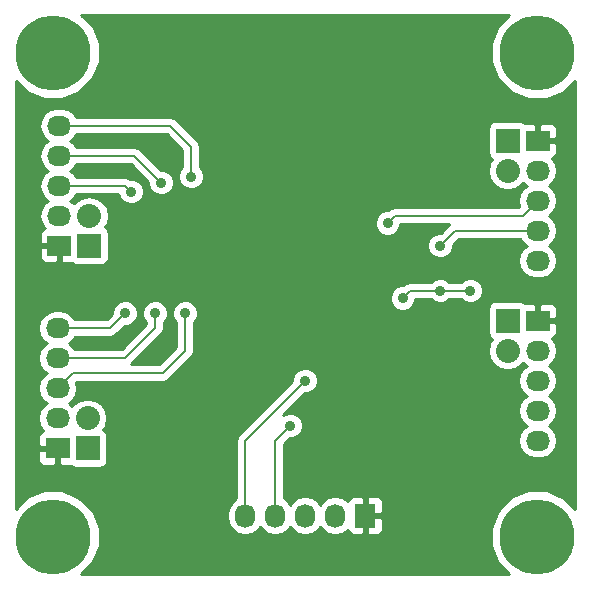
<source format=gbl>
G04 #@! TF.FileFunction,Copper,L2,Bot,Signal*
%FSLAX46Y46*%
G04 Gerber Fmt 4.6, Leading zero omitted, Abs format (unit mm)*
G04 Created by KiCad (PCBNEW (after 2015-mar-04 BZR unknown)-product) date 8/1/2015 10:10:59 AM*
%MOMM*%
G01*
G04 APERTURE LIST*
%ADD10C,0.150000*%
%ADD11C,6.350000*%
%ADD12R,2.032000X1.727200*%
%ADD13O,2.032000X1.727200*%
%ADD14R,1.727200X2.032000*%
%ADD15O,1.727200X2.032000*%
%ADD16R,2.032000X2.032000*%
%ADD17O,2.032000X2.032000*%
%ADD18C,0.889000*%
%ADD19C,0.203200*%
%ADD20C,0.254000*%
G04 APERTURE END LIST*
D10*
D11*
X159000000Y-84000000D03*
X200000000Y-84000000D03*
X159000000Y-125000000D03*
X200000000Y-125000000D03*
D12*
X200025000Y-106680000D03*
D13*
X200025000Y-109220000D03*
X200025000Y-111760000D03*
X200025000Y-114300000D03*
X200025000Y-116840000D03*
D12*
X200025000Y-91440000D03*
D13*
X200025000Y-93980000D03*
X200025000Y-96520000D03*
X200025000Y-99060000D03*
X200025000Y-101600000D03*
D12*
X159512000Y-100330000D03*
D13*
X159512000Y-97790000D03*
X159512000Y-95250000D03*
X159512000Y-92710000D03*
X159512000Y-90170000D03*
D12*
X159385000Y-117475000D03*
D13*
X159385000Y-114935000D03*
X159385000Y-112395000D03*
X159385000Y-109855000D03*
X159385000Y-107315000D03*
D14*
X185420000Y-123190000D03*
D15*
X182880000Y-123190000D03*
X180340000Y-123190000D03*
X177800000Y-123190000D03*
X175260000Y-123190000D03*
D16*
X197485000Y-106680000D03*
D17*
X197485000Y-109220000D03*
D16*
X197485000Y-91440000D03*
D17*
X197485000Y-93980000D03*
D16*
X162052000Y-100330000D03*
D17*
X162052000Y-97790000D03*
D16*
X161925000Y-117475000D03*
D17*
X161925000Y-114935000D03*
D18*
X194310000Y-104140000D03*
X191770000Y-104140000D03*
X188595000Y-104775000D03*
X184912000Y-98806000D03*
X185155000Y-104383000D03*
X174752000Y-109220000D03*
X182118000Y-93218000D03*
X187325000Y-98425000D03*
X191770000Y-100330000D03*
X165608000Y-95758000D03*
X168148000Y-94996000D03*
X170180000Y-106045000D03*
X167640000Y-106045000D03*
X180340000Y-111760000D03*
X170688000Y-94488000D03*
X165100000Y-106045000D03*
X179070000Y-115570000D03*
D19*
X194310000Y-104140000D02*
X191770000Y-104140000D01*
X189230000Y-104140000D02*
X191770000Y-104140000D01*
X188595000Y-104775000D02*
X189230000Y-104140000D01*
X185155000Y-104383000D02*
X185166000Y-104394000D01*
X198755000Y-97790000D02*
X187960000Y-97790000D01*
X187960000Y-97790000D02*
X187325000Y-98425000D01*
X200025000Y-96520000D02*
X198755000Y-97790000D01*
X193040000Y-99060000D02*
X191770000Y-100330000D01*
X200025000Y-99060000D02*
X193040000Y-99060000D01*
X165100000Y-95250000D02*
X165608000Y-95758000D01*
X159512000Y-95250000D02*
X165100000Y-95250000D01*
X159512000Y-92710000D02*
X165862000Y-92710000D01*
X165862000Y-92710000D02*
X168148000Y-94996000D01*
X170180000Y-109220000D02*
X170180000Y-106045000D01*
X168275000Y-111125000D02*
X170180000Y-109220000D01*
X160655000Y-111125000D02*
X168275000Y-111125000D01*
X159385000Y-112395000D02*
X160655000Y-111125000D01*
X167640000Y-107315000D02*
X167640000Y-106045000D01*
X165100000Y-109855000D02*
X167640000Y-107315000D01*
X159385000Y-109855000D02*
X165100000Y-109855000D01*
X175260000Y-116840000D02*
X180340000Y-111760000D01*
X175260000Y-123190000D02*
X175260000Y-116840000D01*
X159512000Y-90170000D02*
X168910000Y-90170000D01*
X170688000Y-91948000D02*
X170688000Y-94488000D01*
X168910000Y-90170000D02*
X170688000Y-91948000D01*
X163830000Y-107315000D02*
X165100000Y-106045000D01*
X159385000Y-107315000D02*
X163830000Y-107315000D01*
X177800000Y-116840000D02*
X179070000Y-115570000D01*
X177800000Y-123190000D02*
X177800000Y-116840000D01*
D20*
G36*
X203174500Y-122607421D02*
X202233043Y-121664320D01*
X201708345Y-121446446D01*
X201708345Y-116840000D01*
X201594271Y-116266511D01*
X201269415Y-115780330D01*
X200954634Y-115570000D01*
X201269415Y-115359670D01*
X201594271Y-114873489D01*
X201708345Y-114300000D01*
X201594271Y-113726511D01*
X201269415Y-113240330D01*
X200954634Y-113030000D01*
X201269415Y-112819670D01*
X201594271Y-112333489D01*
X201708345Y-111760000D01*
X201594271Y-111186511D01*
X201269415Y-110700330D01*
X200954634Y-110490000D01*
X201269415Y-110279670D01*
X201594271Y-109793489D01*
X201708345Y-109220000D01*
X201708345Y-101600000D01*
X201594271Y-101026511D01*
X201269415Y-100540330D01*
X200954634Y-100330000D01*
X201269415Y-100119670D01*
X201594271Y-99633489D01*
X201708345Y-99060000D01*
X201594271Y-98486511D01*
X201269415Y-98000330D01*
X200954634Y-97790000D01*
X201269415Y-97579670D01*
X201594271Y-97093489D01*
X201708345Y-96520000D01*
X201594271Y-95946511D01*
X201269415Y-95460330D01*
X200954634Y-95250000D01*
X201269415Y-95039670D01*
X201594271Y-94553489D01*
X201708345Y-93980000D01*
X201594271Y-93406511D01*
X201269415Y-92920330D01*
X201247219Y-92905499D01*
X201400698Y-92841927D01*
X201579327Y-92663299D01*
X201676000Y-92429910D01*
X201676000Y-92177291D01*
X201676000Y-91725750D01*
X201676000Y-91154250D01*
X201676000Y-90702709D01*
X201676000Y-90450090D01*
X201579327Y-90216701D01*
X201400698Y-90038073D01*
X201167309Y-89941400D01*
X200310750Y-89941400D01*
X200152000Y-90100150D01*
X200152000Y-91313000D01*
X201517250Y-91313000D01*
X201676000Y-91154250D01*
X201676000Y-91725750D01*
X201517250Y-91567000D01*
X200152000Y-91567000D01*
X200152000Y-91587000D01*
X199898000Y-91587000D01*
X199898000Y-91567000D01*
X199878000Y-91567000D01*
X199878000Y-91313000D01*
X199898000Y-91313000D01*
X199898000Y-90100150D01*
X199739250Y-89941400D01*
X198920676Y-89941400D01*
X198750640Y-89826623D01*
X198501000Y-89776560D01*
X196469000Y-89776560D01*
X196226877Y-89823537D01*
X196014073Y-89963327D01*
X195871623Y-90174360D01*
X195821560Y-90424000D01*
X195821560Y-92456000D01*
X195868537Y-92698123D01*
X196008327Y-92910927D01*
X196153860Y-93009163D01*
X195927330Y-93348190D01*
X195801655Y-93980000D01*
X195927330Y-94611810D01*
X196285222Y-95147433D01*
X196820845Y-95505325D01*
X197452655Y-95631000D01*
X197517345Y-95631000D01*
X198149155Y-95505325D01*
X198684778Y-95147433D01*
X198768683Y-95021858D01*
X198780585Y-95039670D01*
X199095365Y-95250000D01*
X198780585Y-95460330D01*
X198455729Y-95946511D01*
X198341655Y-96520000D01*
X198447754Y-97053400D01*
X187960000Y-97053400D01*
X187678115Y-97109470D01*
X187439145Y-97269145D01*
X187362757Y-97345532D01*
X187111216Y-97345313D01*
X186714311Y-97509311D01*
X186410378Y-97812714D01*
X186245687Y-98209332D01*
X186245313Y-98638784D01*
X186409311Y-99035689D01*
X186712714Y-99339622D01*
X187109332Y-99504313D01*
X187538784Y-99504687D01*
X187935689Y-99340689D01*
X188239622Y-99037286D01*
X188404313Y-98640668D01*
X188404412Y-98526600D01*
X192537919Y-98526600D01*
X192519145Y-98539145D01*
X191807757Y-99250532D01*
X191556216Y-99250313D01*
X191159311Y-99414311D01*
X190855378Y-99717714D01*
X190690687Y-100114332D01*
X190690313Y-100543784D01*
X190854311Y-100940689D01*
X191157714Y-101244622D01*
X191554332Y-101409313D01*
X191983784Y-101409687D01*
X192380689Y-101245689D01*
X192684622Y-100942286D01*
X192849313Y-100545668D01*
X192849533Y-100292176D01*
X193345110Y-99796600D01*
X198564716Y-99796600D01*
X198780585Y-100119670D01*
X199095365Y-100330000D01*
X198780585Y-100540330D01*
X198455729Y-101026511D01*
X198341655Y-101600000D01*
X198455729Y-102173489D01*
X198780585Y-102659670D01*
X199266766Y-102984526D01*
X199840255Y-103098600D01*
X200209745Y-103098600D01*
X200783234Y-102984526D01*
X201269415Y-102659670D01*
X201594271Y-102173489D01*
X201708345Y-101600000D01*
X201708345Y-109220000D01*
X201594271Y-108646511D01*
X201269415Y-108160330D01*
X201247219Y-108145499D01*
X201400698Y-108081927D01*
X201579327Y-107903299D01*
X201676000Y-107669910D01*
X201676000Y-107417291D01*
X201676000Y-106965750D01*
X201676000Y-106394250D01*
X201676000Y-105942709D01*
X201676000Y-105690090D01*
X201579327Y-105456701D01*
X201400698Y-105278073D01*
X201167309Y-105181400D01*
X200310750Y-105181400D01*
X200152000Y-105340150D01*
X200152000Y-106553000D01*
X201517250Y-106553000D01*
X201676000Y-106394250D01*
X201676000Y-106965750D01*
X201517250Y-106807000D01*
X200152000Y-106807000D01*
X200152000Y-106827000D01*
X199898000Y-106827000D01*
X199898000Y-106807000D01*
X199878000Y-106807000D01*
X199878000Y-106553000D01*
X199898000Y-106553000D01*
X199898000Y-105340150D01*
X199739250Y-105181400D01*
X198920676Y-105181400D01*
X198750640Y-105066623D01*
X198501000Y-105016560D01*
X196469000Y-105016560D01*
X196226877Y-105063537D01*
X196014073Y-105203327D01*
X195871623Y-105414360D01*
X195821560Y-105664000D01*
X195821560Y-107696000D01*
X195868537Y-107938123D01*
X196008327Y-108150927D01*
X196153860Y-108249163D01*
X195927330Y-108588190D01*
X195801655Y-109220000D01*
X195927330Y-109851810D01*
X196285222Y-110387433D01*
X196820845Y-110745325D01*
X197452655Y-110871000D01*
X197517345Y-110871000D01*
X198149155Y-110745325D01*
X198684778Y-110387433D01*
X198768683Y-110261858D01*
X198780585Y-110279670D01*
X199095365Y-110490000D01*
X198780585Y-110700330D01*
X198455729Y-111186511D01*
X198341655Y-111760000D01*
X198455729Y-112333489D01*
X198780585Y-112819670D01*
X199095365Y-113030000D01*
X198780585Y-113240330D01*
X198455729Y-113726511D01*
X198341655Y-114300000D01*
X198455729Y-114873489D01*
X198780585Y-115359670D01*
X199095365Y-115570000D01*
X198780585Y-115780330D01*
X198455729Y-116266511D01*
X198341655Y-116840000D01*
X198455729Y-117413489D01*
X198780585Y-117899670D01*
X199266766Y-118224526D01*
X199840255Y-118338600D01*
X200209745Y-118338600D01*
X200783234Y-118224526D01*
X201269415Y-117899670D01*
X201594271Y-117413489D01*
X201708345Y-116840000D01*
X201708345Y-121446446D01*
X200786553Y-121063685D01*
X199220318Y-121062318D01*
X197772782Y-121660428D01*
X196664320Y-122766957D01*
X196063685Y-124213447D01*
X196062318Y-125779682D01*
X196660428Y-127227218D01*
X197606058Y-128174500D01*
X195389687Y-128174500D01*
X195389687Y-103926216D01*
X195225689Y-103529311D01*
X194922286Y-103225378D01*
X194525668Y-103060687D01*
X194096216Y-103060313D01*
X193699311Y-103224311D01*
X193519909Y-103403400D01*
X192559997Y-103403400D01*
X192382286Y-103225378D01*
X191985668Y-103060687D01*
X191556216Y-103060313D01*
X191159311Y-103224311D01*
X190979909Y-103403400D01*
X189230000Y-103403400D01*
X188948115Y-103459470D01*
X188709145Y-103619145D01*
X188632757Y-103695532D01*
X188381216Y-103695313D01*
X187984311Y-103859311D01*
X187680378Y-104162714D01*
X187515687Y-104559332D01*
X187515313Y-104988784D01*
X187679311Y-105385689D01*
X187982714Y-105689622D01*
X188379332Y-105854313D01*
X188808784Y-105854687D01*
X189205689Y-105690689D01*
X189509622Y-105387286D01*
X189674313Y-104990668D01*
X189674412Y-104876600D01*
X190980002Y-104876600D01*
X191157714Y-105054622D01*
X191554332Y-105219313D01*
X191983784Y-105219687D01*
X192380689Y-105055689D01*
X192560090Y-104876600D01*
X193520002Y-104876600D01*
X193697714Y-105054622D01*
X194094332Y-105219313D01*
X194523784Y-105219687D01*
X194920689Y-105055689D01*
X195224622Y-104752286D01*
X195389313Y-104355668D01*
X195389687Y-103926216D01*
X195389687Y-128174500D01*
X186918600Y-128174500D01*
X186918600Y-124332309D01*
X186918600Y-123475750D01*
X186918600Y-122904250D01*
X186918600Y-122047691D01*
X186821927Y-121814302D01*
X186643299Y-121635673D01*
X186409910Y-121539000D01*
X186157291Y-121539000D01*
X185705750Y-121539000D01*
X185547000Y-121697750D01*
X185547000Y-123063000D01*
X186759850Y-123063000D01*
X186918600Y-122904250D01*
X186918600Y-123475750D01*
X186759850Y-123317000D01*
X185547000Y-123317000D01*
X185547000Y-124682250D01*
X185705750Y-124841000D01*
X186157291Y-124841000D01*
X186409910Y-124841000D01*
X186643299Y-124744327D01*
X186821927Y-124565698D01*
X186918600Y-124332309D01*
X186918600Y-128174500D01*
X185293000Y-128174500D01*
X185293000Y-124682250D01*
X185293000Y-123317000D01*
X185273000Y-123317000D01*
X185273000Y-123063000D01*
X185293000Y-123063000D01*
X185293000Y-121697750D01*
X185134250Y-121539000D01*
X184682709Y-121539000D01*
X184430090Y-121539000D01*
X184196701Y-121635673D01*
X184018073Y-121814302D01*
X183954500Y-121967780D01*
X183939670Y-121945585D01*
X183453489Y-121620729D01*
X182880000Y-121506655D01*
X182306511Y-121620729D01*
X181820330Y-121945585D01*
X181610000Y-122260365D01*
X181399670Y-121945585D01*
X180913489Y-121620729D01*
X180340000Y-121506655D01*
X179766511Y-121620729D01*
X179280330Y-121945585D01*
X179070000Y-122260365D01*
X178859670Y-121945585D01*
X178536600Y-121729716D01*
X178536600Y-117145110D01*
X179032242Y-116649467D01*
X179283784Y-116649687D01*
X179680689Y-116485689D01*
X179984622Y-116182286D01*
X180149313Y-115785668D01*
X180149687Y-115356216D01*
X179985689Y-114959311D01*
X179682286Y-114655378D01*
X179285668Y-114490687D01*
X178856216Y-114490313D01*
X178507176Y-114634533D01*
X180302242Y-112839467D01*
X180553784Y-112839687D01*
X180950689Y-112675689D01*
X181254622Y-112372286D01*
X181419313Y-111975668D01*
X181419687Y-111546216D01*
X181255689Y-111149311D01*
X180952286Y-110845378D01*
X180555668Y-110680687D01*
X180126216Y-110680313D01*
X179729311Y-110844311D01*
X179425378Y-111147714D01*
X179260687Y-111544332D01*
X179260466Y-111797823D01*
X174739145Y-116319145D01*
X174579470Y-116558115D01*
X174523400Y-116840000D01*
X174523400Y-121729716D01*
X174200330Y-121945585D01*
X173875474Y-122431766D01*
X173761400Y-123005255D01*
X173761400Y-123374745D01*
X173875474Y-123948234D01*
X174200330Y-124434415D01*
X174686511Y-124759271D01*
X175260000Y-124873345D01*
X175833489Y-124759271D01*
X176319670Y-124434415D01*
X176530000Y-124119634D01*
X176740330Y-124434415D01*
X177226511Y-124759271D01*
X177800000Y-124873345D01*
X178373489Y-124759271D01*
X178859670Y-124434415D01*
X179070000Y-124119634D01*
X179280330Y-124434415D01*
X179766511Y-124759271D01*
X180340000Y-124873345D01*
X180913489Y-124759271D01*
X181399670Y-124434415D01*
X181610000Y-124119634D01*
X181820330Y-124434415D01*
X182306511Y-124759271D01*
X182880000Y-124873345D01*
X183453489Y-124759271D01*
X183939670Y-124434415D01*
X183954500Y-124412219D01*
X184018073Y-124565698D01*
X184196701Y-124744327D01*
X184430090Y-124841000D01*
X184682709Y-124841000D01*
X185134250Y-124841000D01*
X185293000Y-124682250D01*
X185293000Y-128174500D01*
X171767687Y-128174500D01*
X171767687Y-94274216D01*
X171603689Y-93877311D01*
X171424600Y-93697909D01*
X171424600Y-91948000D01*
X171368530Y-91666116D01*
X171368530Y-91666115D01*
X171208855Y-91427145D01*
X169430855Y-89649145D01*
X169191885Y-89489470D01*
X168910000Y-89433400D01*
X160972283Y-89433400D01*
X160756415Y-89110330D01*
X160270234Y-88785474D01*
X159696745Y-88671400D01*
X159327255Y-88671400D01*
X158753766Y-88785474D01*
X158267585Y-89110330D01*
X157942729Y-89596511D01*
X157828655Y-90170000D01*
X157942729Y-90743489D01*
X158267585Y-91229670D01*
X158582365Y-91440000D01*
X158267585Y-91650330D01*
X157942729Y-92136511D01*
X157828655Y-92710000D01*
X157942729Y-93283489D01*
X158267585Y-93769670D01*
X158582365Y-93980000D01*
X158267585Y-94190330D01*
X157942729Y-94676511D01*
X157828655Y-95250000D01*
X157942729Y-95823489D01*
X158267585Y-96309670D01*
X158582365Y-96520000D01*
X158267585Y-96730330D01*
X157942729Y-97216511D01*
X157828655Y-97790000D01*
X157942729Y-98363489D01*
X158267585Y-98849670D01*
X158289780Y-98864500D01*
X158136302Y-98928073D01*
X157957673Y-99106701D01*
X157861000Y-99340090D01*
X157861000Y-99592709D01*
X157861000Y-100044250D01*
X158019750Y-100203000D01*
X159385000Y-100203000D01*
X159385000Y-100183000D01*
X159639000Y-100183000D01*
X159639000Y-100203000D01*
X159659000Y-100203000D01*
X159659000Y-100457000D01*
X159639000Y-100457000D01*
X159639000Y-101669850D01*
X159797750Y-101828600D01*
X160616323Y-101828600D01*
X160786360Y-101943377D01*
X161036000Y-101993440D01*
X163068000Y-101993440D01*
X163310123Y-101946463D01*
X163522927Y-101806673D01*
X163665377Y-101595640D01*
X163715440Y-101346000D01*
X163715440Y-99314000D01*
X163668463Y-99071877D01*
X163528673Y-98859073D01*
X163383139Y-98760836D01*
X163609670Y-98421810D01*
X163735345Y-97790000D01*
X163609670Y-97158190D01*
X163251778Y-96622567D01*
X162716155Y-96264675D01*
X162084345Y-96139000D01*
X162019655Y-96139000D01*
X161387845Y-96264675D01*
X160852222Y-96622567D01*
X160768316Y-96748141D01*
X160756415Y-96730330D01*
X160441634Y-96520000D01*
X160756415Y-96309670D01*
X160972283Y-95986600D01*
X164534434Y-95986600D01*
X164692311Y-96368689D01*
X164995714Y-96672622D01*
X165392332Y-96837313D01*
X165821784Y-96837687D01*
X166218689Y-96673689D01*
X166522622Y-96370286D01*
X166687313Y-95973668D01*
X166687687Y-95544216D01*
X166523689Y-95147311D01*
X166220286Y-94843378D01*
X165823668Y-94678687D01*
X165544976Y-94678444D01*
X165381885Y-94569470D01*
X165100000Y-94513400D01*
X160972283Y-94513400D01*
X160756415Y-94190330D01*
X160441634Y-93980000D01*
X160756415Y-93769670D01*
X160972283Y-93446600D01*
X165556890Y-93446600D01*
X167068532Y-94958242D01*
X167068313Y-95209784D01*
X167232311Y-95606689D01*
X167535714Y-95910622D01*
X167932332Y-96075313D01*
X168361784Y-96075687D01*
X168758689Y-95911689D01*
X169062622Y-95608286D01*
X169227313Y-95211668D01*
X169227687Y-94782216D01*
X169063689Y-94385311D01*
X168760286Y-94081378D01*
X168363668Y-93916687D01*
X168110176Y-93916466D01*
X166382855Y-92189145D01*
X166143885Y-92029470D01*
X165862000Y-91973400D01*
X160972283Y-91973400D01*
X160756415Y-91650330D01*
X160441634Y-91440000D01*
X160756415Y-91229670D01*
X160972283Y-90906600D01*
X168604890Y-90906600D01*
X169951400Y-92253110D01*
X169951400Y-93698002D01*
X169773378Y-93875714D01*
X169608687Y-94272332D01*
X169608313Y-94701784D01*
X169772311Y-95098689D01*
X170075714Y-95402622D01*
X170472332Y-95567313D01*
X170901784Y-95567687D01*
X171298689Y-95403689D01*
X171602622Y-95100286D01*
X171767313Y-94703668D01*
X171767687Y-94274216D01*
X171767687Y-128174500D01*
X171259687Y-128174500D01*
X171259687Y-105831216D01*
X171095689Y-105434311D01*
X170792286Y-105130378D01*
X170395668Y-104965687D01*
X169966216Y-104965313D01*
X169569311Y-105129311D01*
X169265378Y-105432714D01*
X169100687Y-105829332D01*
X169100313Y-106258784D01*
X169264311Y-106655689D01*
X169443400Y-106835090D01*
X169443400Y-108914890D01*
X167969890Y-110388400D01*
X165602080Y-110388400D01*
X165620855Y-110375855D01*
X168160855Y-107835855D01*
X168320530Y-107596885D01*
X168376600Y-107315000D01*
X168376600Y-106834997D01*
X168554622Y-106657286D01*
X168719313Y-106260668D01*
X168719687Y-105831216D01*
X168555689Y-105434311D01*
X168252286Y-105130378D01*
X167855668Y-104965687D01*
X167426216Y-104965313D01*
X167029311Y-105129311D01*
X166725378Y-105432714D01*
X166560687Y-105829332D01*
X166560313Y-106258784D01*
X166724311Y-106655689D01*
X166903400Y-106835090D01*
X166903400Y-107009890D01*
X164794890Y-109118400D01*
X160845283Y-109118400D01*
X160629415Y-108795330D01*
X160314634Y-108585000D01*
X160629415Y-108374670D01*
X160845283Y-108051600D01*
X163830000Y-108051600D01*
X164111885Y-107995530D01*
X164350855Y-107835855D01*
X165062242Y-107124467D01*
X165313784Y-107124687D01*
X165710689Y-106960689D01*
X166014622Y-106657286D01*
X166179313Y-106260668D01*
X166179687Y-105831216D01*
X166015689Y-105434311D01*
X165712286Y-105130378D01*
X165315668Y-104965687D01*
X164886216Y-104965313D01*
X164489311Y-105129311D01*
X164185378Y-105432714D01*
X164020687Y-105829332D01*
X164020466Y-106082823D01*
X163524890Y-106578400D01*
X160845283Y-106578400D01*
X160629415Y-106255330D01*
X160143234Y-105930474D01*
X159569745Y-105816400D01*
X159385000Y-105816400D01*
X159385000Y-101669850D01*
X159385000Y-100457000D01*
X158019750Y-100457000D01*
X157861000Y-100615750D01*
X157861000Y-101067291D01*
X157861000Y-101319910D01*
X157957673Y-101553299D01*
X158136302Y-101731927D01*
X158369691Y-101828600D01*
X159226250Y-101828600D01*
X159385000Y-101669850D01*
X159385000Y-105816400D01*
X159200255Y-105816400D01*
X158626766Y-105930474D01*
X158140585Y-106255330D01*
X157815729Y-106741511D01*
X157701655Y-107315000D01*
X157815729Y-107888489D01*
X158140585Y-108374670D01*
X158455365Y-108585000D01*
X158140585Y-108795330D01*
X157815729Y-109281511D01*
X157701655Y-109855000D01*
X157815729Y-110428489D01*
X158140585Y-110914670D01*
X158455365Y-111125000D01*
X158140585Y-111335330D01*
X157815729Y-111821511D01*
X157701655Y-112395000D01*
X157815729Y-112968489D01*
X158140585Y-113454670D01*
X158455365Y-113665000D01*
X158140585Y-113875330D01*
X157815729Y-114361511D01*
X157701655Y-114935000D01*
X157815729Y-115508489D01*
X158140585Y-115994670D01*
X158162780Y-116009500D01*
X158009302Y-116073073D01*
X157830673Y-116251701D01*
X157734000Y-116485090D01*
X157734000Y-116737709D01*
X157734000Y-117189250D01*
X157892750Y-117348000D01*
X159258000Y-117348000D01*
X159258000Y-117328000D01*
X159512000Y-117328000D01*
X159512000Y-117348000D01*
X159532000Y-117348000D01*
X159532000Y-117602000D01*
X159512000Y-117602000D01*
X159512000Y-118814850D01*
X159670750Y-118973600D01*
X160489323Y-118973600D01*
X160659360Y-119088377D01*
X160909000Y-119138440D01*
X162941000Y-119138440D01*
X163183123Y-119091463D01*
X163395927Y-118951673D01*
X163538377Y-118740640D01*
X163588440Y-118491000D01*
X163588440Y-116459000D01*
X163541463Y-116216877D01*
X163401673Y-116004073D01*
X163256139Y-115905836D01*
X163482670Y-115566810D01*
X163608345Y-114935000D01*
X163482670Y-114303190D01*
X163124778Y-113767567D01*
X162589155Y-113409675D01*
X161957345Y-113284000D01*
X161892655Y-113284000D01*
X161260845Y-113409675D01*
X160725222Y-113767567D01*
X160641316Y-113893141D01*
X160629415Y-113875330D01*
X160314634Y-113665000D01*
X160629415Y-113454670D01*
X160954271Y-112968489D01*
X161068345Y-112395000D01*
X160962245Y-111861600D01*
X168275000Y-111861600D01*
X168556885Y-111805530D01*
X168795855Y-111645855D01*
X170700855Y-109740855D01*
X170860530Y-109501885D01*
X170860530Y-109501884D01*
X170916600Y-109220000D01*
X170916600Y-106834997D01*
X171094622Y-106657286D01*
X171259313Y-106260668D01*
X171259687Y-105831216D01*
X171259687Y-128174500D01*
X161392578Y-128174500D01*
X162335680Y-127233043D01*
X162936315Y-125786553D01*
X162937682Y-124220318D01*
X162339572Y-122772782D01*
X161233043Y-121664320D01*
X159786553Y-121063685D01*
X159258000Y-121063223D01*
X159258000Y-118814850D01*
X159258000Y-117602000D01*
X157892750Y-117602000D01*
X157734000Y-117760750D01*
X157734000Y-118212291D01*
X157734000Y-118464910D01*
X157830673Y-118698299D01*
X158009302Y-118876927D01*
X158242691Y-118973600D01*
X159099250Y-118973600D01*
X159258000Y-118814850D01*
X159258000Y-121063223D01*
X158220318Y-121062318D01*
X156772782Y-121660428D01*
X155825500Y-122606058D01*
X155825500Y-86392578D01*
X156766957Y-87335680D01*
X158213447Y-87936315D01*
X159779682Y-87937682D01*
X161227218Y-87339572D01*
X162335680Y-86233043D01*
X162936315Y-84786553D01*
X162937682Y-83220318D01*
X162339572Y-81772782D01*
X161393941Y-80825500D01*
X197607421Y-80825500D01*
X196664320Y-81766957D01*
X196063685Y-83213447D01*
X196062318Y-84779682D01*
X196660428Y-86227218D01*
X197766957Y-87335680D01*
X199213447Y-87936315D01*
X200779682Y-87937682D01*
X202227218Y-87339572D01*
X203174500Y-86393941D01*
X203174500Y-122607421D01*
X203174500Y-122607421D01*
G37*
X203174500Y-122607421D02*
X202233043Y-121664320D01*
X201708345Y-121446446D01*
X201708345Y-116840000D01*
X201594271Y-116266511D01*
X201269415Y-115780330D01*
X200954634Y-115570000D01*
X201269415Y-115359670D01*
X201594271Y-114873489D01*
X201708345Y-114300000D01*
X201594271Y-113726511D01*
X201269415Y-113240330D01*
X200954634Y-113030000D01*
X201269415Y-112819670D01*
X201594271Y-112333489D01*
X201708345Y-111760000D01*
X201594271Y-111186511D01*
X201269415Y-110700330D01*
X200954634Y-110490000D01*
X201269415Y-110279670D01*
X201594271Y-109793489D01*
X201708345Y-109220000D01*
X201708345Y-101600000D01*
X201594271Y-101026511D01*
X201269415Y-100540330D01*
X200954634Y-100330000D01*
X201269415Y-100119670D01*
X201594271Y-99633489D01*
X201708345Y-99060000D01*
X201594271Y-98486511D01*
X201269415Y-98000330D01*
X200954634Y-97790000D01*
X201269415Y-97579670D01*
X201594271Y-97093489D01*
X201708345Y-96520000D01*
X201594271Y-95946511D01*
X201269415Y-95460330D01*
X200954634Y-95250000D01*
X201269415Y-95039670D01*
X201594271Y-94553489D01*
X201708345Y-93980000D01*
X201594271Y-93406511D01*
X201269415Y-92920330D01*
X201247219Y-92905499D01*
X201400698Y-92841927D01*
X201579327Y-92663299D01*
X201676000Y-92429910D01*
X201676000Y-92177291D01*
X201676000Y-91725750D01*
X201676000Y-91154250D01*
X201676000Y-90702709D01*
X201676000Y-90450090D01*
X201579327Y-90216701D01*
X201400698Y-90038073D01*
X201167309Y-89941400D01*
X200310750Y-89941400D01*
X200152000Y-90100150D01*
X200152000Y-91313000D01*
X201517250Y-91313000D01*
X201676000Y-91154250D01*
X201676000Y-91725750D01*
X201517250Y-91567000D01*
X200152000Y-91567000D01*
X200152000Y-91587000D01*
X199898000Y-91587000D01*
X199898000Y-91567000D01*
X199878000Y-91567000D01*
X199878000Y-91313000D01*
X199898000Y-91313000D01*
X199898000Y-90100150D01*
X199739250Y-89941400D01*
X198920676Y-89941400D01*
X198750640Y-89826623D01*
X198501000Y-89776560D01*
X196469000Y-89776560D01*
X196226877Y-89823537D01*
X196014073Y-89963327D01*
X195871623Y-90174360D01*
X195821560Y-90424000D01*
X195821560Y-92456000D01*
X195868537Y-92698123D01*
X196008327Y-92910927D01*
X196153860Y-93009163D01*
X195927330Y-93348190D01*
X195801655Y-93980000D01*
X195927330Y-94611810D01*
X196285222Y-95147433D01*
X196820845Y-95505325D01*
X197452655Y-95631000D01*
X197517345Y-95631000D01*
X198149155Y-95505325D01*
X198684778Y-95147433D01*
X198768683Y-95021858D01*
X198780585Y-95039670D01*
X199095365Y-95250000D01*
X198780585Y-95460330D01*
X198455729Y-95946511D01*
X198341655Y-96520000D01*
X198447754Y-97053400D01*
X187960000Y-97053400D01*
X187678115Y-97109470D01*
X187439145Y-97269145D01*
X187362757Y-97345532D01*
X187111216Y-97345313D01*
X186714311Y-97509311D01*
X186410378Y-97812714D01*
X186245687Y-98209332D01*
X186245313Y-98638784D01*
X186409311Y-99035689D01*
X186712714Y-99339622D01*
X187109332Y-99504313D01*
X187538784Y-99504687D01*
X187935689Y-99340689D01*
X188239622Y-99037286D01*
X188404313Y-98640668D01*
X188404412Y-98526600D01*
X192537919Y-98526600D01*
X192519145Y-98539145D01*
X191807757Y-99250532D01*
X191556216Y-99250313D01*
X191159311Y-99414311D01*
X190855378Y-99717714D01*
X190690687Y-100114332D01*
X190690313Y-100543784D01*
X190854311Y-100940689D01*
X191157714Y-101244622D01*
X191554332Y-101409313D01*
X191983784Y-101409687D01*
X192380689Y-101245689D01*
X192684622Y-100942286D01*
X192849313Y-100545668D01*
X192849533Y-100292176D01*
X193345110Y-99796600D01*
X198564716Y-99796600D01*
X198780585Y-100119670D01*
X199095365Y-100330000D01*
X198780585Y-100540330D01*
X198455729Y-101026511D01*
X198341655Y-101600000D01*
X198455729Y-102173489D01*
X198780585Y-102659670D01*
X199266766Y-102984526D01*
X199840255Y-103098600D01*
X200209745Y-103098600D01*
X200783234Y-102984526D01*
X201269415Y-102659670D01*
X201594271Y-102173489D01*
X201708345Y-101600000D01*
X201708345Y-109220000D01*
X201594271Y-108646511D01*
X201269415Y-108160330D01*
X201247219Y-108145499D01*
X201400698Y-108081927D01*
X201579327Y-107903299D01*
X201676000Y-107669910D01*
X201676000Y-107417291D01*
X201676000Y-106965750D01*
X201676000Y-106394250D01*
X201676000Y-105942709D01*
X201676000Y-105690090D01*
X201579327Y-105456701D01*
X201400698Y-105278073D01*
X201167309Y-105181400D01*
X200310750Y-105181400D01*
X200152000Y-105340150D01*
X200152000Y-106553000D01*
X201517250Y-106553000D01*
X201676000Y-106394250D01*
X201676000Y-106965750D01*
X201517250Y-106807000D01*
X200152000Y-106807000D01*
X200152000Y-106827000D01*
X199898000Y-106827000D01*
X199898000Y-106807000D01*
X199878000Y-106807000D01*
X199878000Y-106553000D01*
X199898000Y-106553000D01*
X199898000Y-105340150D01*
X199739250Y-105181400D01*
X198920676Y-105181400D01*
X198750640Y-105066623D01*
X198501000Y-105016560D01*
X196469000Y-105016560D01*
X196226877Y-105063537D01*
X196014073Y-105203327D01*
X195871623Y-105414360D01*
X195821560Y-105664000D01*
X195821560Y-107696000D01*
X195868537Y-107938123D01*
X196008327Y-108150927D01*
X196153860Y-108249163D01*
X195927330Y-108588190D01*
X195801655Y-109220000D01*
X195927330Y-109851810D01*
X196285222Y-110387433D01*
X196820845Y-110745325D01*
X197452655Y-110871000D01*
X197517345Y-110871000D01*
X198149155Y-110745325D01*
X198684778Y-110387433D01*
X198768683Y-110261858D01*
X198780585Y-110279670D01*
X199095365Y-110490000D01*
X198780585Y-110700330D01*
X198455729Y-111186511D01*
X198341655Y-111760000D01*
X198455729Y-112333489D01*
X198780585Y-112819670D01*
X199095365Y-113030000D01*
X198780585Y-113240330D01*
X198455729Y-113726511D01*
X198341655Y-114300000D01*
X198455729Y-114873489D01*
X198780585Y-115359670D01*
X199095365Y-115570000D01*
X198780585Y-115780330D01*
X198455729Y-116266511D01*
X198341655Y-116840000D01*
X198455729Y-117413489D01*
X198780585Y-117899670D01*
X199266766Y-118224526D01*
X199840255Y-118338600D01*
X200209745Y-118338600D01*
X200783234Y-118224526D01*
X201269415Y-117899670D01*
X201594271Y-117413489D01*
X201708345Y-116840000D01*
X201708345Y-121446446D01*
X200786553Y-121063685D01*
X199220318Y-121062318D01*
X197772782Y-121660428D01*
X196664320Y-122766957D01*
X196063685Y-124213447D01*
X196062318Y-125779682D01*
X196660428Y-127227218D01*
X197606058Y-128174500D01*
X195389687Y-128174500D01*
X195389687Y-103926216D01*
X195225689Y-103529311D01*
X194922286Y-103225378D01*
X194525668Y-103060687D01*
X194096216Y-103060313D01*
X193699311Y-103224311D01*
X193519909Y-103403400D01*
X192559997Y-103403400D01*
X192382286Y-103225378D01*
X191985668Y-103060687D01*
X191556216Y-103060313D01*
X191159311Y-103224311D01*
X190979909Y-103403400D01*
X189230000Y-103403400D01*
X188948115Y-103459470D01*
X188709145Y-103619145D01*
X188632757Y-103695532D01*
X188381216Y-103695313D01*
X187984311Y-103859311D01*
X187680378Y-104162714D01*
X187515687Y-104559332D01*
X187515313Y-104988784D01*
X187679311Y-105385689D01*
X187982714Y-105689622D01*
X188379332Y-105854313D01*
X188808784Y-105854687D01*
X189205689Y-105690689D01*
X189509622Y-105387286D01*
X189674313Y-104990668D01*
X189674412Y-104876600D01*
X190980002Y-104876600D01*
X191157714Y-105054622D01*
X191554332Y-105219313D01*
X191983784Y-105219687D01*
X192380689Y-105055689D01*
X192560090Y-104876600D01*
X193520002Y-104876600D01*
X193697714Y-105054622D01*
X194094332Y-105219313D01*
X194523784Y-105219687D01*
X194920689Y-105055689D01*
X195224622Y-104752286D01*
X195389313Y-104355668D01*
X195389687Y-103926216D01*
X195389687Y-128174500D01*
X186918600Y-128174500D01*
X186918600Y-124332309D01*
X186918600Y-123475750D01*
X186918600Y-122904250D01*
X186918600Y-122047691D01*
X186821927Y-121814302D01*
X186643299Y-121635673D01*
X186409910Y-121539000D01*
X186157291Y-121539000D01*
X185705750Y-121539000D01*
X185547000Y-121697750D01*
X185547000Y-123063000D01*
X186759850Y-123063000D01*
X186918600Y-122904250D01*
X186918600Y-123475750D01*
X186759850Y-123317000D01*
X185547000Y-123317000D01*
X185547000Y-124682250D01*
X185705750Y-124841000D01*
X186157291Y-124841000D01*
X186409910Y-124841000D01*
X186643299Y-124744327D01*
X186821927Y-124565698D01*
X186918600Y-124332309D01*
X186918600Y-128174500D01*
X185293000Y-128174500D01*
X185293000Y-124682250D01*
X185293000Y-123317000D01*
X185273000Y-123317000D01*
X185273000Y-123063000D01*
X185293000Y-123063000D01*
X185293000Y-121697750D01*
X185134250Y-121539000D01*
X184682709Y-121539000D01*
X184430090Y-121539000D01*
X184196701Y-121635673D01*
X184018073Y-121814302D01*
X183954500Y-121967780D01*
X183939670Y-121945585D01*
X183453489Y-121620729D01*
X182880000Y-121506655D01*
X182306511Y-121620729D01*
X181820330Y-121945585D01*
X181610000Y-122260365D01*
X181399670Y-121945585D01*
X180913489Y-121620729D01*
X180340000Y-121506655D01*
X179766511Y-121620729D01*
X179280330Y-121945585D01*
X179070000Y-122260365D01*
X178859670Y-121945585D01*
X178536600Y-121729716D01*
X178536600Y-117145110D01*
X179032242Y-116649467D01*
X179283784Y-116649687D01*
X179680689Y-116485689D01*
X179984622Y-116182286D01*
X180149313Y-115785668D01*
X180149687Y-115356216D01*
X179985689Y-114959311D01*
X179682286Y-114655378D01*
X179285668Y-114490687D01*
X178856216Y-114490313D01*
X178507176Y-114634533D01*
X180302242Y-112839467D01*
X180553784Y-112839687D01*
X180950689Y-112675689D01*
X181254622Y-112372286D01*
X181419313Y-111975668D01*
X181419687Y-111546216D01*
X181255689Y-111149311D01*
X180952286Y-110845378D01*
X180555668Y-110680687D01*
X180126216Y-110680313D01*
X179729311Y-110844311D01*
X179425378Y-111147714D01*
X179260687Y-111544332D01*
X179260466Y-111797823D01*
X174739145Y-116319145D01*
X174579470Y-116558115D01*
X174523400Y-116840000D01*
X174523400Y-121729716D01*
X174200330Y-121945585D01*
X173875474Y-122431766D01*
X173761400Y-123005255D01*
X173761400Y-123374745D01*
X173875474Y-123948234D01*
X174200330Y-124434415D01*
X174686511Y-124759271D01*
X175260000Y-124873345D01*
X175833489Y-124759271D01*
X176319670Y-124434415D01*
X176530000Y-124119634D01*
X176740330Y-124434415D01*
X177226511Y-124759271D01*
X177800000Y-124873345D01*
X178373489Y-124759271D01*
X178859670Y-124434415D01*
X179070000Y-124119634D01*
X179280330Y-124434415D01*
X179766511Y-124759271D01*
X180340000Y-124873345D01*
X180913489Y-124759271D01*
X181399670Y-124434415D01*
X181610000Y-124119634D01*
X181820330Y-124434415D01*
X182306511Y-124759271D01*
X182880000Y-124873345D01*
X183453489Y-124759271D01*
X183939670Y-124434415D01*
X183954500Y-124412219D01*
X184018073Y-124565698D01*
X184196701Y-124744327D01*
X184430090Y-124841000D01*
X184682709Y-124841000D01*
X185134250Y-124841000D01*
X185293000Y-124682250D01*
X185293000Y-128174500D01*
X171767687Y-128174500D01*
X171767687Y-94274216D01*
X171603689Y-93877311D01*
X171424600Y-93697909D01*
X171424600Y-91948000D01*
X171368530Y-91666116D01*
X171368530Y-91666115D01*
X171208855Y-91427145D01*
X169430855Y-89649145D01*
X169191885Y-89489470D01*
X168910000Y-89433400D01*
X160972283Y-89433400D01*
X160756415Y-89110330D01*
X160270234Y-88785474D01*
X159696745Y-88671400D01*
X159327255Y-88671400D01*
X158753766Y-88785474D01*
X158267585Y-89110330D01*
X157942729Y-89596511D01*
X157828655Y-90170000D01*
X157942729Y-90743489D01*
X158267585Y-91229670D01*
X158582365Y-91440000D01*
X158267585Y-91650330D01*
X157942729Y-92136511D01*
X157828655Y-92710000D01*
X157942729Y-93283489D01*
X158267585Y-93769670D01*
X158582365Y-93980000D01*
X158267585Y-94190330D01*
X157942729Y-94676511D01*
X157828655Y-95250000D01*
X157942729Y-95823489D01*
X158267585Y-96309670D01*
X158582365Y-96520000D01*
X158267585Y-96730330D01*
X157942729Y-97216511D01*
X157828655Y-97790000D01*
X157942729Y-98363489D01*
X158267585Y-98849670D01*
X158289780Y-98864500D01*
X158136302Y-98928073D01*
X157957673Y-99106701D01*
X157861000Y-99340090D01*
X157861000Y-99592709D01*
X157861000Y-100044250D01*
X158019750Y-100203000D01*
X159385000Y-100203000D01*
X159385000Y-100183000D01*
X159639000Y-100183000D01*
X159639000Y-100203000D01*
X159659000Y-100203000D01*
X159659000Y-100457000D01*
X159639000Y-100457000D01*
X159639000Y-101669850D01*
X159797750Y-101828600D01*
X160616323Y-101828600D01*
X160786360Y-101943377D01*
X161036000Y-101993440D01*
X163068000Y-101993440D01*
X163310123Y-101946463D01*
X163522927Y-101806673D01*
X163665377Y-101595640D01*
X163715440Y-101346000D01*
X163715440Y-99314000D01*
X163668463Y-99071877D01*
X163528673Y-98859073D01*
X163383139Y-98760836D01*
X163609670Y-98421810D01*
X163735345Y-97790000D01*
X163609670Y-97158190D01*
X163251778Y-96622567D01*
X162716155Y-96264675D01*
X162084345Y-96139000D01*
X162019655Y-96139000D01*
X161387845Y-96264675D01*
X160852222Y-96622567D01*
X160768316Y-96748141D01*
X160756415Y-96730330D01*
X160441634Y-96520000D01*
X160756415Y-96309670D01*
X160972283Y-95986600D01*
X164534434Y-95986600D01*
X164692311Y-96368689D01*
X164995714Y-96672622D01*
X165392332Y-96837313D01*
X165821784Y-96837687D01*
X166218689Y-96673689D01*
X166522622Y-96370286D01*
X166687313Y-95973668D01*
X166687687Y-95544216D01*
X166523689Y-95147311D01*
X166220286Y-94843378D01*
X165823668Y-94678687D01*
X165544976Y-94678444D01*
X165381885Y-94569470D01*
X165100000Y-94513400D01*
X160972283Y-94513400D01*
X160756415Y-94190330D01*
X160441634Y-93980000D01*
X160756415Y-93769670D01*
X160972283Y-93446600D01*
X165556890Y-93446600D01*
X167068532Y-94958242D01*
X167068313Y-95209784D01*
X167232311Y-95606689D01*
X167535714Y-95910622D01*
X167932332Y-96075313D01*
X168361784Y-96075687D01*
X168758689Y-95911689D01*
X169062622Y-95608286D01*
X169227313Y-95211668D01*
X169227687Y-94782216D01*
X169063689Y-94385311D01*
X168760286Y-94081378D01*
X168363668Y-93916687D01*
X168110176Y-93916466D01*
X166382855Y-92189145D01*
X166143885Y-92029470D01*
X165862000Y-91973400D01*
X160972283Y-91973400D01*
X160756415Y-91650330D01*
X160441634Y-91440000D01*
X160756415Y-91229670D01*
X160972283Y-90906600D01*
X168604890Y-90906600D01*
X169951400Y-92253110D01*
X169951400Y-93698002D01*
X169773378Y-93875714D01*
X169608687Y-94272332D01*
X169608313Y-94701784D01*
X169772311Y-95098689D01*
X170075714Y-95402622D01*
X170472332Y-95567313D01*
X170901784Y-95567687D01*
X171298689Y-95403689D01*
X171602622Y-95100286D01*
X171767313Y-94703668D01*
X171767687Y-94274216D01*
X171767687Y-128174500D01*
X171259687Y-128174500D01*
X171259687Y-105831216D01*
X171095689Y-105434311D01*
X170792286Y-105130378D01*
X170395668Y-104965687D01*
X169966216Y-104965313D01*
X169569311Y-105129311D01*
X169265378Y-105432714D01*
X169100687Y-105829332D01*
X169100313Y-106258784D01*
X169264311Y-106655689D01*
X169443400Y-106835090D01*
X169443400Y-108914890D01*
X167969890Y-110388400D01*
X165602080Y-110388400D01*
X165620855Y-110375855D01*
X168160855Y-107835855D01*
X168320530Y-107596885D01*
X168376600Y-107315000D01*
X168376600Y-106834997D01*
X168554622Y-106657286D01*
X168719313Y-106260668D01*
X168719687Y-105831216D01*
X168555689Y-105434311D01*
X168252286Y-105130378D01*
X167855668Y-104965687D01*
X167426216Y-104965313D01*
X167029311Y-105129311D01*
X166725378Y-105432714D01*
X166560687Y-105829332D01*
X166560313Y-106258784D01*
X166724311Y-106655689D01*
X166903400Y-106835090D01*
X166903400Y-107009890D01*
X164794890Y-109118400D01*
X160845283Y-109118400D01*
X160629415Y-108795330D01*
X160314634Y-108585000D01*
X160629415Y-108374670D01*
X160845283Y-108051600D01*
X163830000Y-108051600D01*
X164111885Y-107995530D01*
X164350855Y-107835855D01*
X165062242Y-107124467D01*
X165313784Y-107124687D01*
X165710689Y-106960689D01*
X166014622Y-106657286D01*
X166179313Y-106260668D01*
X166179687Y-105831216D01*
X166015689Y-105434311D01*
X165712286Y-105130378D01*
X165315668Y-104965687D01*
X164886216Y-104965313D01*
X164489311Y-105129311D01*
X164185378Y-105432714D01*
X164020687Y-105829332D01*
X164020466Y-106082823D01*
X163524890Y-106578400D01*
X160845283Y-106578400D01*
X160629415Y-106255330D01*
X160143234Y-105930474D01*
X159569745Y-105816400D01*
X159385000Y-105816400D01*
X159385000Y-101669850D01*
X159385000Y-100457000D01*
X158019750Y-100457000D01*
X157861000Y-100615750D01*
X157861000Y-101067291D01*
X157861000Y-101319910D01*
X157957673Y-101553299D01*
X158136302Y-101731927D01*
X158369691Y-101828600D01*
X159226250Y-101828600D01*
X159385000Y-101669850D01*
X159385000Y-105816400D01*
X159200255Y-105816400D01*
X158626766Y-105930474D01*
X158140585Y-106255330D01*
X157815729Y-106741511D01*
X157701655Y-107315000D01*
X157815729Y-107888489D01*
X158140585Y-108374670D01*
X158455365Y-108585000D01*
X158140585Y-108795330D01*
X157815729Y-109281511D01*
X157701655Y-109855000D01*
X157815729Y-110428489D01*
X158140585Y-110914670D01*
X158455365Y-111125000D01*
X158140585Y-111335330D01*
X157815729Y-111821511D01*
X157701655Y-112395000D01*
X157815729Y-112968489D01*
X158140585Y-113454670D01*
X158455365Y-113665000D01*
X158140585Y-113875330D01*
X157815729Y-114361511D01*
X157701655Y-114935000D01*
X157815729Y-115508489D01*
X158140585Y-115994670D01*
X158162780Y-116009500D01*
X158009302Y-116073073D01*
X157830673Y-116251701D01*
X157734000Y-116485090D01*
X157734000Y-116737709D01*
X157734000Y-117189250D01*
X157892750Y-117348000D01*
X159258000Y-117348000D01*
X159258000Y-117328000D01*
X159512000Y-117328000D01*
X159512000Y-117348000D01*
X159532000Y-117348000D01*
X159532000Y-117602000D01*
X159512000Y-117602000D01*
X159512000Y-118814850D01*
X159670750Y-118973600D01*
X160489323Y-118973600D01*
X160659360Y-119088377D01*
X160909000Y-119138440D01*
X162941000Y-119138440D01*
X163183123Y-119091463D01*
X163395927Y-118951673D01*
X163538377Y-118740640D01*
X163588440Y-118491000D01*
X163588440Y-116459000D01*
X163541463Y-116216877D01*
X163401673Y-116004073D01*
X163256139Y-115905836D01*
X163482670Y-115566810D01*
X163608345Y-114935000D01*
X163482670Y-114303190D01*
X163124778Y-113767567D01*
X162589155Y-113409675D01*
X161957345Y-113284000D01*
X161892655Y-113284000D01*
X161260845Y-113409675D01*
X160725222Y-113767567D01*
X160641316Y-113893141D01*
X160629415Y-113875330D01*
X160314634Y-113665000D01*
X160629415Y-113454670D01*
X160954271Y-112968489D01*
X161068345Y-112395000D01*
X160962245Y-111861600D01*
X168275000Y-111861600D01*
X168556885Y-111805530D01*
X168795855Y-111645855D01*
X170700855Y-109740855D01*
X170860530Y-109501885D01*
X170860530Y-109501884D01*
X170916600Y-109220000D01*
X170916600Y-106834997D01*
X171094622Y-106657286D01*
X171259313Y-106260668D01*
X171259687Y-105831216D01*
X171259687Y-128174500D01*
X161392578Y-128174500D01*
X162335680Y-127233043D01*
X162936315Y-125786553D01*
X162937682Y-124220318D01*
X162339572Y-122772782D01*
X161233043Y-121664320D01*
X159786553Y-121063685D01*
X159258000Y-121063223D01*
X159258000Y-118814850D01*
X159258000Y-117602000D01*
X157892750Y-117602000D01*
X157734000Y-117760750D01*
X157734000Y-118212291D01*
X157734000Y-118464910D01*
X157830673Y-118698299D01*
X158009302Y-118876927D01*
X158242691Y-118973600D01*
X159099250Y-118973600D01*
X159258000Y-118814850D01*
X159258000Y-121063223D01*
X158220318Y-121062318D01*
X156772782Y-121660428D01*
X155825500Y-122606058D01*
X155825500Y-86392578D01*
X156766957Y-87335680D01*
X158213447Y-87936315D01*
X159779682Y-87937682D01*
X161227218Y-87339572D01*
X162335680Y-86233043D01*
X162936315Y-84786553D01*
X162937682Y-83220318D01*
X162339572Y-81772782D01*
X161393941Y-80825500D01*
X197607421Y-80825500D01*
X196664320Y-81766957D01*
X196063685Y-83213447D01*
X196062318Y-84779682D01*
X196660428Y-86227218D01*
X197766957Y-87335680D01*
X199213447Y-87936315D01*
X200779682Y-87937682D01*
X202227218Y-87339572D01*
X203174500Y-86393941D01*
X203174500Y-122607421D01*
M02*

</source>
